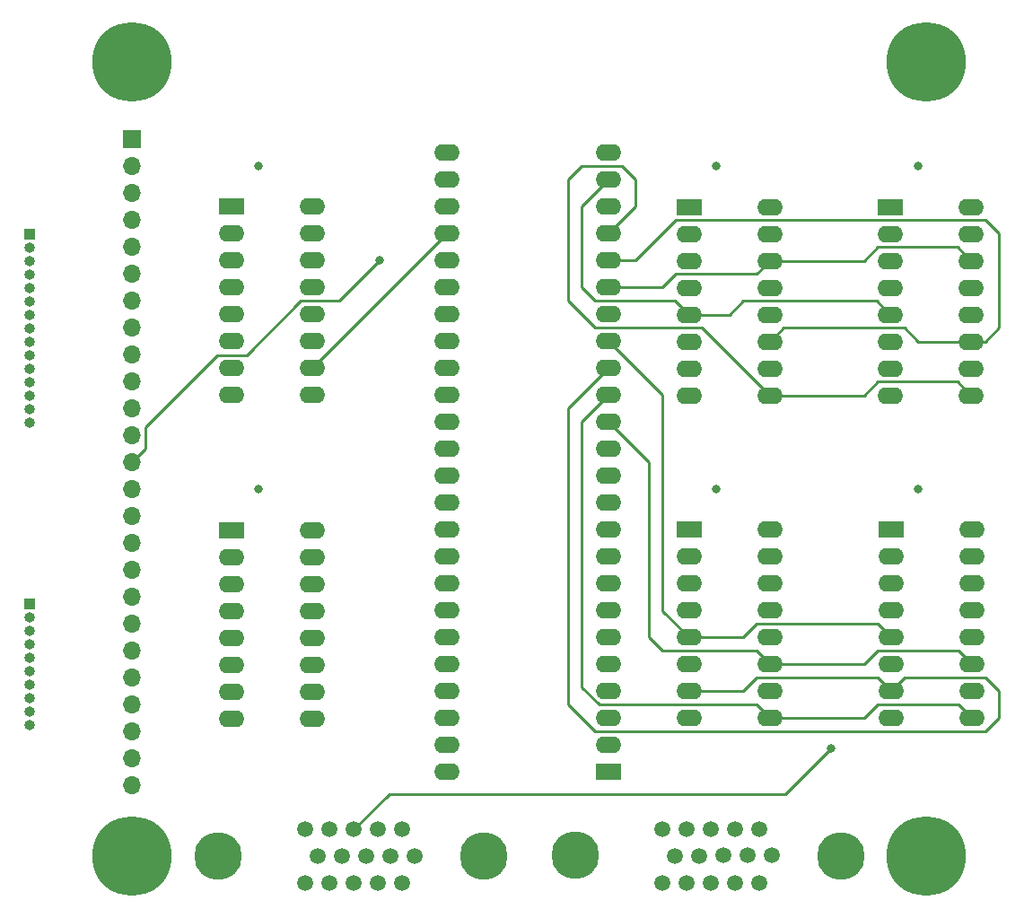
<source format=gbl>
%TF.GenerationSoftware,KiCad,Pcbnew,6.0.9+dfsg-1*%
%TF.CreationDate,2022-12-20T22:45:33+00:00*%
%TF.ProjectId,HP_54542C_Display_Adapter,48505f35-3435-4343-9243-5f446973706c,1*%
%TF.SameCoordinates,Original*%
%TF.FileFunction,Copper,L4,Bot*%
%TF.FilePolarity,Positive*%
%FSLAX46Y46*%
G04 Gerber Fmt 4.6, Leading zero omitted, Abs format (unit mm)*
G04 Created by KiCad (PCBNEW 6.0.9+dfsg-1) date 2022-12-20 22:45:33*
%MOMM*%
%LPD*%
G01*
G04 APERTURE LIST*
%TA.AperFunction,ComponentPad*%
%ADD10C,4.500000*%
%TD*%
%TA.AperFunction,ComponentPad*%
%ADD11C,1.500000*%
%TD*%
%TA.AperFunction,ComponentPad*%
%ADD12R,2.400000X1.600000*%
%TD*%
%TA.AperFunction,ComponentPad*%
%ADD13O,2.400000X1.600000*%
%TD*%
%TA.AperFunction,ComponentPad*%
%ADD14R,1.700000X1.700000*%
%TD*%
%TA.AperFunction,ComponentPad*%
%ADD15O,1.700000X1.700000*%
%TD*%
%TA.AperFunction,ComponentPad*%
%ADD16R,1.000000X1.000000*%
%TD*%
%TA.AperFunction,ComponentPad*%
%ADD17O,1.000000X1.000000*%
%TD*%
%TA.AperFunction,ComponentPad*%
%ADD18C,7.500000*%
%TD*%
%TA.AperFunction,ViaPad*%
%ADD19C,0.800000*%
%TD*%
%TA.AperFunction,Conductor*%
%ADD20C,0.250000*%
%TD*%
G04 APERTURE END LIST*
D10*
%TO.P,J5,*%
%TO.N,*%
X145695166Y-137481254D03*
X120705166Y-137454731D03*
D11*
%TO.P,J5,1*%
%TO.N,/vga_red_2*%
X138041500Y-134945337D03*
%TO.P,J5,2*%
%TO.N,/vga_green_2*%
X135751500Y-134945337D03*
%TO.P,J5,3*%
%TO.N,/vga_blue_2*%
X133461500Y-134960000D03*
%TO.P,J5,4*%
%TO.N,unconnected-(J5-Pad4)*%
X131171500Y-134960000D03*
%TO.P,J5,5*%
%TO.N,GND*%
X128881500Y-134960000D03*
%TO.P,J5,6*%
X139186500Y-137447244D03*
%TO.P,J5,7*%
X136896500Y-137462593D03*
%TO.P,J5,8*%
X134606500Y-137477943D03*
%TO.P,J5,9*%
%TO.N,unconnected-(J5-Pad9)*%
X132316500Y-137493292D03*
%TO.P,J5,10*%
%TO.N,GND*%
X130026500Y-137500000D03*
%TO.P,J5,11*%
%TO.N,unconnected-(J5-Pad11)*%
X138030166Y-140040000D03*
%TO.P,J5,12*%
%TO.N,unconnected-(J5-Pad12)*%
X135740166Y-140040000D03*
%TO.P,J5,13*%
%TO.N,/vga_hsync_2*%
X133450166Y-140040000D03*
%TO.P,J5,14*%
%TO.N,/vga_vsync_2*%
X131160166Y-140040000D03*
%TO.P,J5,15*%
%TO.N,unconnected-(J5-Pad15)*%
X128881500Y-140040000D03*
%TD*%
D10*
%TO.P,J4,*%
%TO.N,*%
X179395166Y-137431254D03*
X154405166Y-137404731D03*
D11*
%TO.P,J4,1*%
%TO.N,/vga_red_1*%
X171741500Y-134895337D03*
%TO.P,J4,2*%
%TO.N,/vga_green_1*%
X169451500Y-134895337D03*
%TO.P,J4,3*%
%TO.N,/vga_blue_1*%
X167161500Y-134910000D03*
%TO.P,J4,4*%
%TO.N,unconnected-(J4-Pad4)*%
X164871500Y-134910000D03*
%TO.P,J4,5*%
%TO.N,GND*%
X162581500Y-134910000D03*
%TO.P,J4,6*%
X172886500Y-137397244D03*
%TO.P,J4,7*%
X170596500Y-137412593D03*
%TO.P,J4,8*%
X168306500Y-137427943D03*
%TO.P,J4,9*%
%TO.N,unconnected-(J4-Pad9)*%
X166016500Y-137443292D03*
%TO.P,J4,10*%
%TO.N,GND*%
X163726500Y-137450000D03*
%TO.P,J4,11*%
%TO.N,unconnected-(J4-Pad11)*%
X171730166Y-139990000D03*
%TO.P,J4,12*%
%TO.N,unconnected-(J4-Pad12)*%
X169440166Y-139990000D03*
%TO.P,J4,13*%
%TO.N,/vga_hsync_1*%
X167150166Y-139990000D03*
%TO.P,J4,14*%
%TO.N,/vga_vsync_1*%
X164860166Y-139990000D03*
%TO.P,J4,15*%
%TO.N,unconnected-(J4-Pad15)*%
X162581500Y-139990000D03*
%TD*%
D12*
%TO.P,U7,1,VDD*%
%TO.N,+5V*%
X184135000Y-106680000D03*
D13*
%TO.P,U7,2,1Y*%
%TO.N,Net-(R31-Pad1)*%
X184135000Y-109220000D03*
%TO.P,U7,3,1A*%
%TO.N,/f_out_b0*%
X184135000Y-111760000D03*
%TO.P,U7,4,2Y*%
%TO.N,Net-(R32-Pad1)*%
X184135000Y-114300000D03*
%TO.P,U7,5,2A*%
%TO.N,/f_out_b1*%
X184135000Y-116840000D03*
%TO.P,U7,6,3Y*%
%TO.N,Net-(R33-Pad1)*%
X184135000Y-119380000D03*
%TO.P,U7,7,3A*%
%TO.N,/f_out_b2*%
X184135000Y-121920000D03*
%TO.P,U7,8,VSS*%
%TO.N,GND*%
X184135000Y-124460000D03*
%TO.P,U7,9,4A*%
%TO.N,/f_out_hsync*%
X191755000Y-124460000D03*
%TO.P,U7,10,4Y*%
%TO.N,Net-(R34-Pad1)*%
X191755000Y-121920000D03*
%TO.P,U7,11,5A*%
%TO.N,/f_out_vsync*%
X191755000Y-119380000D03*
%TO.P,U7,12,5Y*%
%TO.N,Net-(R35-Pad1)*%
X191755000Y-116840000D03*
%TO.P,U7,13,NC*%
%TO.N,unconnected-(U7-Pad13)*%
X191755000Y-114300000D03*
%TO.P,U7,14,6A*%
%TO.N,GND*%
X191755000Y-111760000D03*
%TO.P,U7,15,6Y*%
%TO.N,Net-(R36-Pad1)*%
X191755000Y-109220000D03*
%TO.P,U7,16,NC*%
%TO.N,unconnected-(U7-Pad16)*%
X191755000Y-106680000D03*
%TD*%
D12*
%TO.P,U6,1,VDD*%
%TO.N,+5V*%
X165085000Y-106680000D03*
D13*
%TO.P,U6,2,1Y*%
%TO.N,Net-(R25-Pad1)*%
X165085000Y-109220000D03*
%TO.P,U6,3,1A*%
%TO.N,/f_out_b0*%
X165085000Y-111760000D03*
%TO.P,U6,4,2Y*%
%TO.N,Net-(R26-Pad1)*%
X165085000Y-114300000D03*
%TO.P,U6,5,2A*%
%TO.N,/f_out_b1*%
X165085000Y-116840000D03*
%TO.P,U6,6,3Y*%
%TO.N,Net-(R27-Pad1)*%
X165085000Y-119380000D03*
%TO.P,U6,7,3A*%
%TO.N,/f_out_b2*%
X165085000Y-121920000D03*
%TO.P,U6,8,VSS*%
%TO.N,GND*%
X165085000Y-124460000D03*
%TO.P,U6,9,4A*%
%TO.N,/f_out_hsync*%
X172705000Y-124460000D03*
%TO.P,U6,10,4Y*%
%TO.N,Net-(R28-Pad1)*%
X172705000Y-121920000D03*
%TO.P,U6,11,5A*%
%TO.N,/f_out_vsync*%
X172705000Y-119380000D03*
%TO.P,U6,12,5Y*%
%TO.N,Net-(R29-Pad1)*%
X172705000Y-116840000D03*
%TO.P,U6,13,NC*%
%TO.N,unconnected-(U6-Pad13)*%
X172705000Y-114300000D03*
%TO.P,U6,14,6A*%
%TO.N,GND*%
X172705000Y-111760000D03*
%TO.P,U6,15,6Y*%
%TO.N,Net-(R30-Pad1)*%
X172705000Y-109220000D03*
%TO.P,U6,16,NC*%
%TO.N,unconnected-(U6-Pad16)*%
X172705000Y-106680000D03*
%TD*%
D12*
%TO.P,U5,1,VDD*%
%TO.N,+5V*%
X184120000Y-76215000D03*
D13*
%TO.P,U5,2,1Y*%
%TO.N,Net-(R19-Pad1)*%
X184120000Y-78755000D03*
%TO.P,U5,3,1A*%
%TO.N,/f_out_r0*%
X184120000Y-81295000D03*
%TO.P,U5,4,2Y*%
%TO.N,Net-(R20-Pad1)*%
X184120000Y-83835000D03*
%TO.P,U5,5,2A*%
%TO.N,/f_out_r1*%
X184120000Y-86375000D03*
%TO.P,U5,6,3Y*%
%TO.N,Net-(R21-Pad1)*%
X184120000Y-88915000D03*
%TO.P,U5,7,3A*%
%TO.N,/f_out_r2*%
X184120000Y-91455000D03*
%TO.P,U5,8,VSS*%
%TO.N,GND*%
X184120000Y-93995000D03*
%TO.P,U5,9,4A*%
%TO.N,/f_out_g0*%
X191740000Y-93995000D03*
%TO.P,U5,10,4Y*%
%TO.N,Net-(R22-Pad1)*%
X191740000Y-91455000D03*
%TO.P,U5,11,5A*%
%TO.N,/f_out_g1*%
X191740000Y-88915000D03*
%TO.P,U5,12,5Y*%
%TO.N,Net-(R23-Pad1)*%
X191740000Y-86375000D03*
%TO.P,U5,13,NC*%
%TO.N,unconnected-(U5-Pad13)*%
X191740000Y-83835000D03*
%TO.P,U5,14,6A*%
%TO.N,/f_out_g2*%
X191740000Y-81295000D03*
%TO.P,U5,15,6Y*%
%TO.N,Net-(R24-Pad1)*%
X191740000Y-78755000D03*
%TO.P,U5,16,NC*%
%TO.N,unconnected-(U5-Pad16)*%
X191740000Y-76215000D03*
%TD*%
D12*
%TO.P,U4,1,VDD*%
%TO.N,+5V*%
X165085000Y-76215000D03*
D13*
%TO.P,U4,2,1Y*%
%TO.N,Net-(R13-Pad1)*%
X165085000Y-78755000D03*
%TO.P,U4,3,1A*%
%TO.N,/f_out_r0*%
X165085000Y-81295000D03*
%TO.P,U4,4,2Y*%
%TO.N,Net-(R14-Pad1)*%
X165085000Y-83835000D03*
%TO.P,U4,5,2A*%
%TO.N,/f_out_r1*%
X165085000Y-86375000D03*
%TO.P,U4,6,3Y*%
%TO.N,Net-(R15-Pad1)*%
X165085000Y-88915000D03*
%TO.P,U4,7,3A*%
%TO.N,/f_out_r2*%
X165085000Y-91455000D03*
%TO.P,U4,8,VSS*%
%TO.N,GND*%
X165085000Y-93995000D03*
%TO.P,U4,9,4A*%
%TO.N,/f_out_g0*%
X172705000Y-93995000D03*
%TO.P,U4,10,4Y*%
%TO.N,Net-(R16-Pad1)*%
X172705000Y-91455000D03*
%TO.P,U4,11,5A*%
%TO.N,/f_out_g1*%
X172705000Y-88915000D03*
%TO.P,U4,12,5Y*%
%TO.N,Net-(R17-Pad1)*%
X172705000Y-86375000D03*
%TO.P,U4,13,NC*%
%TO.N,unconnected-(U4-Pad13)*%
X172705000Y-83835000D03*
%TO.P,U4,14,6A*%
%TO.N,/f_out_g2*%
X172705000Y-81295000D03*
%TO.P,U4,15,6Y*%
%TO.N,Net-(R18-Pad1)*%
X172705000Y-78755000D03*
%TO.P,U4,16,NC*%
%TO.N,unconnected-(U4-Pad16)*%
X172705000Y-76215000D03*
%TD*%
D12*
%TO.P,U3,1,VDD*%
%TO.N,+5V*%
X121905000Y-106695000D03*
D13*
%TO.P,U3,2,1Y*%
%TO.N,/f_in_07*%
X121905000Y-109235000D03*
%TO.P,U3,3,1A*%
%TO.N,Net-(R7-Pad2)*%
X121905000Y-111775000D03*
%TO.P,U3,4,2Y*%
%TO.N,/f_in_08*%
X121905000Y-114315000D03*
%TO.P,U3,5,2A*%
%TO.N,Net-(R8-Pad2)*%
X121905000Y-116855000D03*
%TO.P,U3,6,3Y*%
%TO.N,/f_in_09*%
X121905000Y-119395000D03*
%TO.P,U3,7,3A*%
%TO.N,Net-(R9-Pad2)*%
X121905000Y-121935000D03*
%TO.P,U3,8,VSS*%
%TO.N,GND*%
X121905000Y-124475000D03*
%TO.P,U3,9,4A*%
%TO.N,Net-(R10-Pad2)*%
X129525000Y-124475000D03*
%TO.P,U3,10,4Y*%
%TO.N,/f_in_10*%
X129525000Y-121935000D03*
%TO.P,U3,11,5A*%
%TO.N,Net-(R11-Pad2)*%
X129525000Y-119395000D03*
%TO.P,U3,12,5Y*%
%TO.N,/f_in_11*%
X129525000Y-116855000D03*
%TO.P,U3,13,NC*%
%TO.N,unconnected-(U3-Pad13)*%
X129525000Y-114315000D03*
%TO.P,U3,14,6A*%
%TO.N,Net-(R12-Pad2)*%
X129525000Y-111775000D03*
%TO.P,U3,15,6Y*%
%TO.N,/f_in_12*%
X129525000Y-109235000D03*
%TO.P,U3,16,NC*%
%TO.N,unconnected-(U3-Pad16)*%
X129525000Y-106695000D03*
%TD*%
D12*
%TO.P,U2,1,VDD*%
%TO.N,+5V*%
X121920000Y-76200000D03*
D13*
%TO.P,U2,2,1Y*%
%TO.N,/f_in_01*%
X121920000Y-78740000D03*
%TO.P,U2,3,1A*%
%TO.N,Net-(R1-Pad2)*%
X121920000Y-81280000D03*
%TO.P,U2,4,2Y*%
%TO.N,/f_in_02*%
X121920000Y-83820000D03*
%TO.P,U2,5,2A*%
%TO.N,Net-(R2-Pad2)*%
X121920000Y-86360000D03*
%TO.P,U2,6,3Y*%
%TO.N,/f_in_03*%
X121920000Y-88900000D03*
%TO.P,U2,7,3A*%
%TO.N,Net-(R3-Pad2)*%
X121920000Y-91440000D03*
%TO.P,U2,8,VSS*%
%TO.N,GND*%
X121920000Y-93980000D03*
%TO.P,U2,9,4A*%
%TO.N,Net-(R4-Pad2)*%
X129540000Y-93980000D03*
%TO.P,U2,10,4Y*%
%TO.N,/f_in_04*%
X129540000Y-91440000D03*
%TO.P,U2,11,5A*%
%TO.N,Net-(R5-Pad2)*%
X129540000Y-88900000D03*
%TO.P,U2,12,5Y*%
%TO.N,/f_in_05*%
X129540000Y-86360000D03*
%TO.P,U2,13,NC*%
%TO.N,unconnected-(U2-Pad13)*%
X129540000Y-83820000D03*
%TO.P,U2,14,6A*%
%TO.N,Net-(R6-Pad2)*%
X129540000Y-81280000D03*
%TO.P,U2,15,6Y*%
%TO.N,/f_in_06*%
X129540000Y-78740000D03*
%TO.P,U2,16,NC*%
%TO.N,unconnected-(U2-Pad16)*%
X129540000Y-76200000D03*
%TD*%
D14*
%TO.P,J3,1,Pin_1*%
%TO.N,/in_01*%
X112500000Y-69850000D03*
D15*
%TO.P,J3,2,Pin_2*%
%TO.N,GND*%
X112500000Y-72390000D03*
%TO.P,J3,3,Pin_3*%
%TO.N,/in_03*%
X112500000Y-74930000D03*
%TO.P,J3,4,Pin_4*%
%TO.N,GND*%
X112500000Y-77470000D03*
%TO.P,J3,5,Pin_5*%
%TO.N,/in_05*%
X112500000Y-80010000D03*
%TO.P,J3,6,Pin_6*%
%TO.N,GND*%
X112500000Y-82550000D03*
%TO.P,J3,7,Pin_7*%
%TO.N,/in_07*%
X112500000Y-85090000D03*
%TO.P,J3,8,Pin_8*%
%TO.N,GND*%
X112500000Y-87630000D03*
%TO.P,J3,9,Pin_9*%
%TO.N,/in_09*%
X112500000Y-90170000D03*
%TO.P,J3,10,Pin_10*%
%TO.N,GND*%
X112500000Y-92710000D03*
%TO.P,J3,11,Pin_11*%
%TO.N,/in_11*%
X112500000Y-95250000D03*
%TO.P,J3,12,Pin_12*%
%TO.N,GND*%
X112500000Y-97790000D03*
%TO.P,J3,13,Pin_13*%
%TO.N,/in_13*%
X112500000Y-100330000D03*
%TO.P,J3,14,Pin_14*%
%TO.N,/in_14*%
X112500000Y-102870000D03*
%TO.P,J3,15,Pin_15*%
%TO.N,/in_15*%
X112500000Y-105410000D03*
%TO.P,J3,16,Pin_16*%
%TO.N,+5V*%
X112500000Y-107950000D03*
%TO.P,J3,17,Pin_17*%
X112500000Y-110490000D03*
%TO.P,J3,18,Pin_18*%
%TO.N,GND*%
X112500000Y-113030000D03*
%TO.P,J3,19,Pin_19*%
%TO.N,/in_19*%
X112500000Y-115570000D03*
%TO.P,J3,20,Pin_20*%
%TO.N,GND*%
X112500000Y-118110000D03*
%TO.P,J3,21,Pin_21*%
%TO.N,/in_21*%
X112500000Y-120650000D03*
%TO.P,J3,22,Pin_22*%
%TO.N,GND*%
X112500000Y-123190000D03*
%TO.P,J3,23,Pin_23*%
%TO.N,/in_23*%
X112500000Y-125730000D03*
%TO.P,J3,24,Pin_24*%
%TO.N,GND*%
X112500000Y-128270000D03*
%TO.P,J3,25,Pin_25*%
%TO.N,/in_25*%
X112500000Y-130810000D03*
%TD*%
D16*
%TO.P,J2,1,Pin_1*%
%TO.N,+5V*%
X102895000Y-113680000D03*
D17*
%TO.P,J2,2,Pin_2*%
X102895000Y-114950000D03*
%TO.P,J2,3,Pin_3*%
%TO.N,GND*%
X102895000Y-116220000D03*
%TO.P,J2,4,Pin_4*%
%TO.N,/in_19*%
X102895000Y-117490000D03*
%TO.P,J2,5,Pin_5*%
%TO.N,GND*%
X102895000Y-118760000D03*
%TO.P,J2,6,Pin_6*%
%TO.N,/in_21*%
X102895000Y-120030000D03*
%TO.P,J2,7,Pin_7*%
%TO.N,GND*%
X102895000Y-121300000D03*
%TO.P,J2,8,Pin_8*%
%TO.N,/in_23*%
X102895000Y-122570000D03*
%TO.P,J2,9,Pin_9*%
%TO.N,GND*%
X102895000Y-123840000D03*
%TO.P,J2,10,Pin_10*%
%TO.N,/in_25*%
X102895000Y-125110000D03*
%TD*%
D18*
%TO.P,H3,1*%
%TO.N,N/C*%
X187500000Y-137500000D03*
%TD*%
%TO.P,H2,1*%
%TO.N,N/C*%
X187500000Y-62500000D03*
%TD*%
D16*
%TO.P,J1,1,Pin_1*%
%TO.N,/in_01*%
X102895000Y-78755000D03*
D17*
%TO.P,J1,2,Pin_2*%
%TO.N,GND*%
X102895000Y-80025000D03*
%TO.P,J1,3,Pin_3*%
%TO.N,/in_03*%
X102895000Y-81295000D03*
%TO.P,J1,4,Pin_4*%
%TO.N,GND*%
X102895000Y-82565000D03*
%TO.P,J1,5,Pin_5*%
%TO.N,/in_05*%
X102895000Y-83835000D03*
%TO.P,J1,6,Pin_6*%
%TO.N,GND*%
X102895000Y-85105000D03*
%TO.P,J1,7,Pin_7*%
%TO.N,/in_07*%
X102895000Y-86375000D03*
%TO.P,J1,8,Pin_8*%
%TO.N,GND*%
X102895000Y-87645000D03*
%TO.P,J1,9,Pin_9*%
%TO.N,/in_09*%
X102895000Y-88915000D03*
%TO.P,J1,10,Pin_10*%
%TO.N,GND*%
X102895000Y-90185000D03*
%TO.P,J1,11,Pin_11*%
%TO.N,/in_11*%
X102895000Y-91455000D03*
%TO.P,J1,12,Pin_12*%
%TO.N,GND*%
X102895000Y-92725000D03*
%TO.P,J1,13,Pin_13*%
%TO.N,/in_13*%
X102895000Y-93995000D03*
%TO.P,J1,14,Pin_14*%
%TO.N,/in_14*%
X102895000Y-95265000D03*
%TO.P,J1,15,Pin_15*%
%TO.N,/in_15*%
X102895000Y-96535000D03*
%TD*%
D12*
%TO.P,U1,1,GND*%
%TO.N,GND*%
X157480000Y-129540000D03*
D13*
%TO.P,U1,2,VIO*%
%TO.N,unconnected-(U1-Pad2)*%
X157480000Y-127000000D03*
%TO.P,U1,3,RST*%
%TO.N,unconnected-(U1-Pad3)*%
X157480000Y-124460000D03*
%TO.P,U1,4,DONE*%
%TO.N,unconnected-(U1-Pad4)*%
X157480000Y-121920000D03*
%TO.P,U1,5,R*%
%TO.N,unconnected-(U1-Pad5)*%
X157480000Y-119380000D03*
%TO.P,U1,6,G*%
%TO.N,unconnected-(U1-Pad6)*%
X157480000Y-116840000D03*
%TO.P,U1,7,B*%
%TO.N,unconnected-(U1-Pad7)*%
X157480000Y-114300000D03*
%TO.P,U1,8,5V*%
%TO.N,+5V*%
X157480000Y-111760000D03*
%TO.P,U1,9,3V3*%
%TO.N,unconnected-(U1-Pad9)*%
X157480000Y-109220000D03*
%TO.P,U1,10,GND*%
%TO.N,GND*%
X157480000Y-106680000D03*
%TO.P,U1,11,23*%
%TO.N,unconnected-(U1-Pad11)*%
X157480000Y-104140000D03*
%TO.P,U1,12,25*%
%TO.N,unconnected-(U1-Pad12)*%
X157480000Y-101600000D03*
%TO.P,U1,13,26*%
%TO.N,unconnected-(U1-Pad13)*%
X157480000Y-99060000D03*
%TO.P,U1,14,27*%
%TO.N,/f_out_vsync*%
X157480000Y-96520000D03*
%TO.P,U1,15,32*%
%TO.N,/f_out_hsync*%
X157480000Y-93980000D03*
%TO.P,U1,16,35*%
%TO.N,/f_out_b2*%
X157480000Y-91440000D03*
%TO.P,U1,17,31*%
%TO.N,/f_out_b1*%
X157480000Y-88900000D03*
%TO.P,U1,18,37*%
%TO.N,/f_out_b0*%
X157480000Y-86360000D03*
%TO.P,U1,19,34*%
%TO.N,/f_out_g2*%
X157480000Y-83820000D03*
%TO.P,U1,20,43*%
%TO.N,/f_out_g1*%
X157480000Y-81280000D03*
%TO.P,U1,21,36*%
%TO.N,/f_out_g0*%
X157480000Y-78740000D03*
%TO.P,U1,22,42*%
%TO.N,/f_out_r2*%
X157480000Y-76200000D03*
%TO.P,U1,23,38*%
%TO.N,/f_out_r1*%
X157480000Y-73660000D03*
%TO.P,U1,24,28*%
%TO.N,/f_out_r0*%
X157480000Y-71120000D03*
%TO.P,U1,25,2*%
%TO.N,/f_in_01*%
X142240000Y-71120000D03*
%TO.P,U1,26,46*%
%TO.N,/f_in_02*%
X142240000Y-73660000D03*
%TO.P,U1,27,47*%
%TO.N,/f_in_03*%
X142240000Y-76200000D03*
%TO.P,U1,28,45*%
%TO.N,/f_in_04*%
X142240000Y-78740000D03*
%TO.P,U1,29,48*%
%TO.N,/f_in_05*%
X142240000Y-81280000D03*
%TO.P,U1,30,3*%
%TO.N,/f_in_06*%
X142240000Y-83820000D03*
%TO.P,U1,31,4*%
%TO.N,/f_in_07*%
X142240000Y-86360000D03*
%TO.P,U1,32,44*%
%TO.N,/f_in_08*%
X142240000Y-88900000D03*
%TO.P,U1,33,6*%
%TO.N,/f_in_09*%
X142240000Y-91440000D03*
%TO.P,U1,34,9*%
%TO.N,/f_in_10*%
X142240000Y-93980000D03*
%TO.P,U1,35,11*%
%TO.N,/f_in_11*%
X142240000Y-96520000D03*
%TO.P,U1,36,18*%
%TO.N,/f_in_12*%
X142240000Y-99060000D03*
%TO.P,U1,37,19*%
%TO.N,unconnected-(U1-Pad37)*%
X142240000Y-101600000D03*
%TO.P,U1,38,13*%
%TO.N,unconnected-(U1-Pad38)*%
X142240000Y-104140000D03*
%TO.P,U1,39,21*%
%TO.N,unconnected-(U1-Pad39)*%
X142240000Y-106680000D03*
%TO.P,U1,40*%
%TO.N,unconnected-(U1-Pad40)*%
X142240000Y-109220000D03*
%TO.P,U1,41*%
%TO.N,unconnected-(U1-Pad41)*%
X142240000Y-111760000D03*
%TO.P,U1,42,12M*%
%TO.N,unconnected-(U1-Pad42)*%
X142240000Y-114300000D03*
%TO.P,U1,43,10*%
%TO.N,unconnected-(U1-Pad43)*%
X142240000Y-116840000D03*
%TO.P,U1,44,20*%
%TO.N,unconnected-(U1-Pad44)*%
X142240000Y-119380000D03*
%TO.P,U1,45,SO*%
%TO.N,unconnected-(U1-Pad45)*%
X142240000Y-121920000D03*
%TO.P,U1,46,SI*%
%TO.N,unconnected-(U1-Pad46)*%
X142240000Y-124460000D03*
%TO.P,U1,47,SCK*%
%TO.N,unconnected-(U1-Pad47)*%
X142240000Y-127000000D03*
%TO.P,U1,48,SS*%
%TO.N,unconnected-(U1-Pad48)*%
X142240000Y-129540000D03*
%TD*%
D18*
%TO.P,H1,1*%
%TO.N,N/C*%
X112500000Y-62500000D03*
%TD*%
%TO.P,H4,1*%
%TO.N,N/C*%
X112500000Y-137500000D03*
%TD*%
D19*
%TO.N,/vga_blue_2*%
X178500000Y-127300000D03*
%TO.N,/in_13*%
X135890000Y-81280000D03*
%TO.N,GND*%
X186690000Y-102870000D03*
X167640000Y-102870000D03*
X186690000Y-72390000D03*
X167640000Y-72390000D03*
X124460000Y-102870000D03*
X124460000Y-72390000D03*
%TD*%
D20*
%TO.N,/in_13*%
X112500000Y-100330000D02*
X113800000Y-99030000D01*
X113800000Y-99030000D02*
X113800000Y-97020000D01*
X120620000Y-90200000D02*
X123379505Y-90200000D01*
X113800000Y-97020000D02*
X120620000Y-90200000D01*
X123379505Y-90200000D02*
X128489505Y-85090000D01*
X128489505Y-85090000D02*
X132080000Y-85090000D01*
X132080000Y-85090000D02*
X135890000Y-81280000D01*
%TO.N,/vga_blue_2*%
X178500000Y-127300000D02*
X174200000Y-131600000D01*
X174200000Y-131600000D02*
X136821500Y-131600000D01*
X136821500Y-131600000D02*
X133461500Y-134960000D01*
%TO.N,/f_in_04*%
X129540000Y-91440000D02*
X142240000Y-78740000D01*
%TO.N,/f_out_g1*%
X186705000Y-88915000D02*
X185420000Y-87630000D01*
X191740000Y-88915000D02*
X186705000Y-88915000D01*
X185420000Y-87630000D02*
X173990000Y-87630000D01*
X173990000Y-87630000D02*
X172705000Y-88915000D01*
X194310000Y-78740000D02*
X194310000Y-87630000D01*
X193025000Y-88915000D02*
X191740000Y-88915000D01*
X193040000Y-77470000D02*
X194310000Y-78740000D01*
X160020000Y-81280000D02*
X163830000Y-77470000D01*
X157480000Y-81280000D02*
X160020000Y-81280000D01*
X163830000Y-77470000D02*
X193040000Y-77470000D01*
X194310000Y-87630000D02*
X193025000Y-88915000D01*
%TO.N,/f_out_g0*%
X181595000Y-93995000D02*
X182880000Y-92710000D01*
X172705000Y-93995000D02*
X181595000Y-93995000D01*
X182880000Y-92710000D02*
X190455000Y-92710000D01*
X190455000Y-92710000D02*
X191740000Y-93995000D01*
X157480000Y-78740000D02*
X160020000Y-76200000D01*
X160020000Y-73660000D02*
X158750000Y-72390000D01*
X160020000Y-76200000D02*
X160020000Y-73660000D01*
X158750000Y-72390000D02*
X154940000Y-72390000D01*
X154940000Y-72390000D02*
X153670000Y-73660000D01*
X153670000Y-73660000D02*
X153670000Y-85090000D01*
X153670000Y-85090000D02*
X156210000Y-87630000D01*
X156210000Y-87630000D02*
X166340000Y-87630000D01*
X166340000Y-87630000D02*
X172705000Y-93995000D01*
%TO.N,/f_out_g2*%
X181595000Y-81295000D02*
X182880000Y-80010000D01*
X172705000Y-81295000D02*
X181595000Y-81295000D01*
X182880000Y-80010000D02*
X190455000Y-80010000D01*
X190455000Y-80010000D02*
X191740000Y-81295000D01*
X162560000Y-83820000D02*
X163830000Y-82550000D01*
X157480000Y-83820000D02*
X162560000Y-83820000D01*
X163830000Y-82550000D02*
X171450000Y-82550000D01*
X171450000Y-82550000D02*
X172705000Y-81295000D01*
%TO.N,/f_out_r1*%
X168895000Y-86375000D02*
X170180000Y-85090000D01*
X165085000Y-86375000D02*
X168895000Y-86375000D01*
X170180000Y-85090000D02*
X182835000Y-85090000D01*
X182835000Y-85090000D02*
X184120000Y-86375000D01*
X157480000Y-73660000D02*
X154940000Y-76200000D01*
X154940000Y-76200000D02*
X154940000Y-83820000D01*
X154940000Y-83820000D02*
X156210000Y-85090000D01*
X163800000Y-85090000D02*
X165085000Y-86375000D01*
X156210000Y-85090000D02*
X163800000Y-85090000D01*
%TO.N,/f_out_vsync*%
X157480000Y-96520000D02*
X161290000Y-100330000D01*
X161290000Y-100330000D02*
X161290000Y-116840000D01*
X161290000Y-116840000D02*
X162560000Y-118110000D01*
X162560000Y-118110000D02*
X171435000Y-118110000D01*
X171435000Y-118110000D02*
X172705000Y-119380000D01*
%TO.N,/f_out_b2*%
X157480000Y-91440000D02*
X153670000Y-95250000D01*
X153670000Y-95250000D02*
X153670000Y-123190000D01*
X194310000Y-124460000D02*
X194310000Y-121920000D01*
X153670000Y-123190000D02*
X156210000Y-125730000D01*
X156210000Y-125730000D02*
X193040000Y-125730000D01*
X193040000Y-125730000D02*
X194310000Y-124460000D01*
X194310000Y-121920000D02*
X193040000Y-120650000D01*
X193040000Y-120650000D02*
X185405000Y-120650000D01*
X185405000Y-120650000D02*
X184135000Y-121920000D01*
%TO.N,/f_out_hsync*%
X157480000Y-93980000D02*
X154940000Y-96520000D01*
X154940000Y-96520000D02*
X154940000Y-121515990D01*
X154940000Y-121515990D02*
X156614010Y-123190000D01*
X156614010Y-123190000D02*
X171435000Y-123190000D01*
X171435000Y-123190000D02*
X172705000Y-124460000D01*
%TO.N,/f_out_vsync*%
X181610000Y-119380000D02*
X182880000Y-118110000D01*
X172705000Y-119380000D02*
X181610000Y-119380000D01*
X182880000Y-118110000D02*
X190485000Y-118110000D01*
X190485000Y-118110000D02*
X191755000Y-119380000D01*
%TO.N,/f_out_hsync*%
X181610000Y-124460000D02*
X182880000Y-123190000D01*
X172705000Y-124460000D02*
X181610000Y-124460000D01*
X190485000Y-123190000D02*
X191755000Y-124460000D01*
X182880000Y-123190000D02*
X190485000Y-123190000D01*
%TO.N,/f_out_b2*%
X170180000Y-121920000D02*
X171450000Y-120650000D01*
X165085000Y-121920000D02*
X170180000Y-121920000D01*
X171450000Y-120650000D02*
X182865000Y-120650000D01*
X182865000Y-120650000D02*
X184135000Y-121920000D01*
%TO.N,/f_out_b1*%
X170180000Y-116840000D02*
X171450000Y-115570000D01*
X171450000Y-115570000D02*
X182865000Y-115570000D01*
X165085000Y-116840000D02*
X170180000Y-116840000D01*
X182865000Y-115570000D02*
X184135000Y-116840000D01*
X157480000Y-88900000D02*
X162560000Y-93980000D01*
X162560000Y-93980000D02*
X162560000Y-114315000D01*
X162560000Y-114315000D02*
X165085000Y-116840000D01*
%TD*%
M02*

</source>
